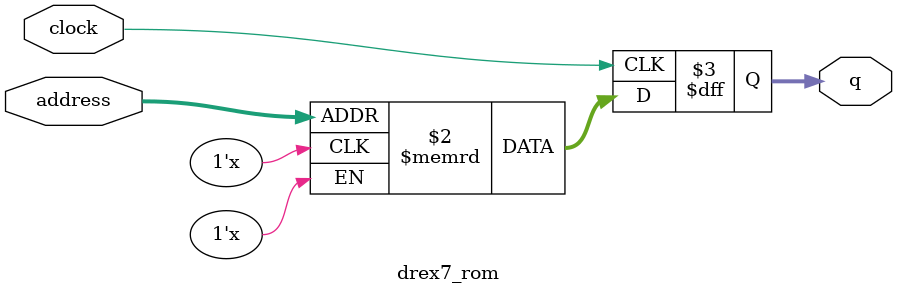
<source format=sv>
module drex7_rom (
	input logic clock,
	input logic [9:0] address,
	output logic [3:0] q
);

logic [3:0] memory [0:1023] /* synthesis ram_init_file = "./drex7/drex7.mif" */;

always_ff @ (posedge clock) begin
	q <= memory[address];
end

endmodule

</source>
